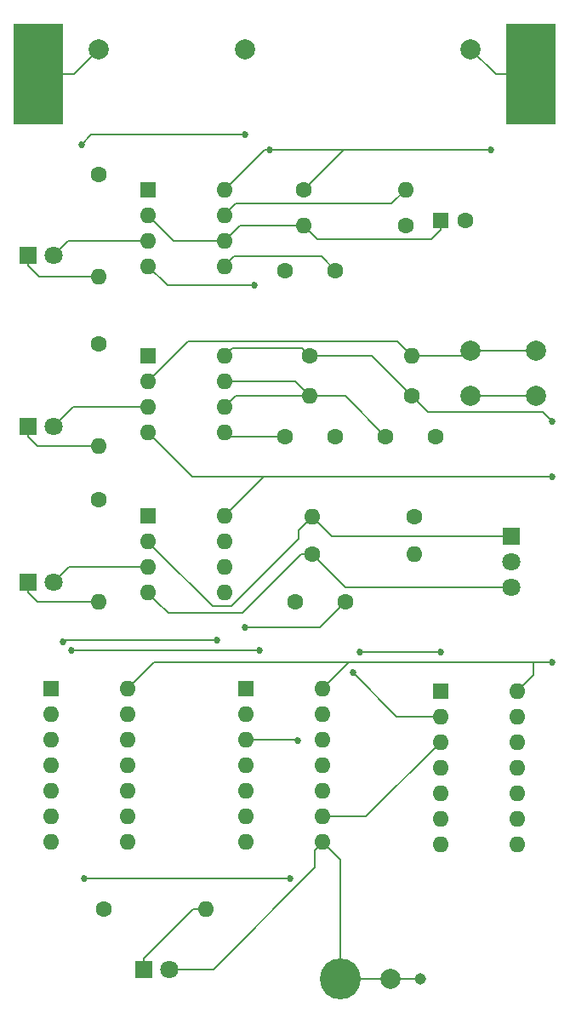
<source format=gtl>
G04 This is an RS-274x file exported by *
G04 gerbv version 2.6.0 *
G04 More information is available about gerbv at *
G04 http://gerbv.gpleda.org/ *
G04 --End of header info--*
%MOIN*%
%FSLAX34Y34*%
%IPPOS*%
G04 --Define apertures--*
%ADD10C,0.0039*%
%ADD11R,0.0630X0.0630*%
%ADD12C,0.0630*%
%ADD13R,0.0709X0.0709*%
%ADD14C,0.0709*%
%ADD15C,0.1600*%
%ADD16C,0.0450*%
%ADD17C,0.0787*%
%ADD18R,0.1969X0.3937*%
%ADD19O,0.0630X0.0630*%
%ADD20C,0.0270*%
%ADD21C,0.0060*%
G04 --Start main section--*
G54D11*
G01X0048622Y-031693D03*
G54D12*
G01X0049606Y-031693D03*
G01X0044488Y-033661D03*
G01X0042520Y-033661D03*
G01X0042520Y-040157D03*
G01X0044488Y-040157D03*
G01X0044882Y-046654D03*
G01X0042913Y-046654D03*
G54D13*
G01X0032465Y-033071D03*
G54D14*
G01X0033465Y-033071D03*
G54D13*
G01X0032465Y-039764D03*
G54D14*
G01X0033465Y-039764D03*
G54D13*
G01X0032465Y-045866D03*
G54D14*
G01X0033465Y-045866D03*
G54D13*
G01X0036992Y-061024D03*
G54D14*
G01X0037992Y-061024D03*
G54D15*
G01X0044685Y-061417D03*
G54D16*
G01X0047835Y-061417D03*
G54D17*
G01X0046654Y-061417D03*
G01X0049803Y-025000D03*
G01X0035236Y-025000D03*
G01X0040945Y-025000D03*
G54D18*
G01X0052165Y-025984D03*
G01X0032874Y-025984D03*
G54D12*
G01X0035236Y-029921D03*
G54D19*
G01X0035236Y-033921D03*
G54D12*
G01X0043244Y-030512D03*
G54D19*
G01X0047244Y-030512D03*
G54D12*
G01X0047244Y-031890D03*
G54D19*
G01X0043244Y-031890D03*
G54D12*
G01X0043504Y-037008D03*
G54D19*
G01X0047504Y-037008D03*
G54D12*
G01X0035236Y-036551D03*
G54D19*
G01X0035236Y-040551D03*
G54D12*
G01X0047504Y-038583D03*
G54D19*
G01X0043504Y-038583D03*
G54D12*
G01X0047602Y-043307D03*
G54D19*
G01X0043602Y-043307D03*
G54D12*
G01X0043602Y-044783D03*
G54D19*
G01X0047602Y-044783D03*
G54D12*
G01X0035236Y-042654D03*
G54D19*
G01X0035236Y-046654D03*
G54D12*
G01X0035433Y-058661D03*
G54D19*
G01X0039433Y-058661D03*
G54D13*
G01X0051378Y-044063D03*
G54D14*
G01X0051378Y-045063D03*
G01X0051378Y-046063D03*
G54D17*
G01X0052362Y-036811D03*
G01X0052362Y-038583D03*
G01X0049803Y-036811D03*
G01X0049803Y-038583D03*
G54D11*
G01X0037157Y-030496D03*
G54D19*
G01X0040157Y-033496D03*
G01X0037157Y-031496D03*
G01X0040157Y-032496D03*
G01X0037157Y-032496D03*
G01X0040157Y-031496D03*
G01X0037157Y-033496D03*
G01X0040157Y-030496D03*
G54D11*
G01X0037157Y-037008D03*
G54D19*
G01X0040157Y-040008D03*
G01X0037157Y-038008D03*
G01X0040157Y-039008D03*
G01X0037157Y-039008D03*
G01X0040157Y-038008D03*
G01X0037157Y-040008D03*
G01X0040157Y-037008D03*
G54D11*
G01X0037157Y-043276D03*
G54D19*
G01X0040157Y-046276D03*
G01X0037157Y-044276D03*
G01X0040157Y-045276D03*
G01X0037157Y-045276D03*
G01X0040157Y-044276D03*
G01X0037157Y-046276D03*
G01X0040157Y-043276D03*
G54D11*
G01X0033366Y-050051D03*
G54D19*
G01X0036366Y-056051D03*
G01X0033366Y-051051D03*
G01X0036366Y-055051D03*
G01X0033366Y-052051D03*
G01X0036366Y-054051D03*
G01X0033366Y-053051D03*
G01X0036366Y-053051D03*
G01X0033366Y-054051D03*
G01X0036366Y-052051D03*
G01X0033366Y-055051D03*
G01X0036366Y-051051D03*
G01X0033366Y-056051D03*
G01X0036366Y-050051D03*
G54D11*
G01X0040996Y-050051D03*
G54D19*
G01X0043996Y-056051D03*
G01X0040996Y-051051D03*
G01X0043996Y-055051D03*
G01X0040996Y-052051D03*
G01X0043996Y-054051D03*
G01X0040996Y-053051D03*
G01X0043996Y-053051D03*
G01X0040996Y-054051D03*
G01X0043996Y-052051D03*
G01X0040996Y-055051D03*
G01X0043996Y-051051D03*
G01X0040996Y-056051D03*
G01X0043996Y-050051D03*
G54D11*
G01X0048622Y-050134D03*
G54D19*
G01X0051622Y-056134D03*
G01X0048622Y-051134D03*
G01X0051622Y-055134D03*
G01X0048622Y-052134D03*
G01X0051622Y-054134D03*
G01X0048622Y-053134D03*
G01X0051622Y-053134D03*
G01X0048622Y-054134D03*
G01X0051622Y-052134D03*
G01X0048622Y-055134D03*
G01X0051622Y-051134D03*
G01X0048622Y-056134D03*
G01X0051622Y-050134D03*
G54D12*
G01X0048425Y-040157D03*
G01X0046457Y-040157D03*
G54D20*
G01X0052983Y-039567D03*
G01X0052983Y-049016D03*
G01X0052983Y-041732D03*
G01X0041339Y-034252D03*
G01X0041929Y-028937D03*
G01X0050591Y-028937D03*
G01X0040945Y-047638D03*
G01X0039862Y-048130D03*
G01X0033823Y-048194D03*
G01X0042717Y-057480D03*
G01X0034646Y-057480D03*
G01X0048622Y-048622D03*
G01X0045472Y-048622D03*
G01X0043012Y-052067D03*
G01X0040945Y-028346D03*
G01X0034547Y-028740D03*
G01X0034154Y-048524D03*
G01X0041535Y-048524D03*
G01X0045177Y-049409D03*
G54D21*
G01X0048622Y-031693D02*
G01X0048622Y-032068D01*
G01X0048622Y-032068D02*
G01X0048258Y-032432D01*
G01X0048258Y-032432D02*
G01X0043786Y-032432D01*
G01X0043786Y-032432D02*
G01X0043559Y-032205D01*
G01X0043559Y-032205D02*
G01X0043244Y-031890D01*
G01X0040157Y-032496D02*
G01X0038157Y-032496D01*
G01X0038157Y-032496D02*
G01X0037157Y-031496D01*
G01X0043244Y-031890D02*
G01X0040764Y-031890D01*
G01X0040764Y-031890D02*
G01X0040157Y-032496D01*
G01X0052165Y-025984D02*
G01X0050787Y-025984D01*
G01X0050787Y-025984D02*
G01X0049803Y-025000D01*
G01X0048124Y-039203D02*
G01X0052619Y-039203D01*
G01X0047504Y-038583D02*
G01X0048124Y-039203D01*
G01X0052619Y-039203D02*
G01X0052983Y-039567D01*
G01X0045276Y-049016D02*
G01X0037402Y-049016D01*
G01X0037402Y-049016D02*
G01X0036366Y-050051D01*
G01X0052067Y-049016D02*
G01X0045276Y-049016D01*
G01X0045276Y-049016D02*
G01X0045031Y-049016D01*
G01X0045031Y-049016D02*
G01X0043996Y-050051D01*
G01X0052264Y-049016D02*
G01X0052067Y-049016D01*
G01X0052983Y-049016D02*
G01X0052264Y-049016D01*
G01X0052264Y-049016D02*
G01X0052264Y-049492D01*
G01X0052264Y-049492D02*
G01X0051622Y-050134D01*
G01X0052362Y-041732D02*
G01X0052983Y-041732D01*
G01X0052362Y-041732D02*
G01X0042126Y-041732D01*
G01X0041339Y-034252D02*
G01X0037913Y-034252D01*
G01X0037913Y-034252D02*
G01X0037157Y-033496D01*
G01X0041929Y-028937D02*
G01X0041717Y-028937D01*
G01X0045079Y-028937D02*
G01X0041929Y-028937D01*
G01X0045079Y-028937D02*
G01X0044819Y-028937D01*
G01X0050591Y-028937D02*
G01X0045079Y-028937D01*
G01X0041717Y-028937D02*
G01X0040157Y-030496D01*
G01X0044819Y-028937D02*
G01X0043244Y-030512D01*
G01X0043504Y-037008D02*
G01X0043189Y-036693D01*
G01X0043189Y-036693D02*
G01X0040472Y-036693D01*
G01X0040472Y-036693D02*
G01X0040157Y-037008D01*
G01X0047504Y-038583D02*
G01X0045929Y-037008D01*
G01X0045929Y-037008D02*
G01X0043504Y-037008D01*
G01X0042126Y-041732D02*
G01X0041701Y-041732D01*
G01X0042126Y-041732D02*
G01X0038882Y-041732D01*
G01X0038882Y-041732D02*
G01X0037157Y-040008D01*
G01X0041701Y-041732D02*
G01X0040157Y-043276D01*
G01X0044488Y-033661D02*
G01X0043946Y-033120D01*
G01X0043946Y-033120D02*
G01X0040534Y-033120D01*
G01X0040534Y-033120D02*
G01X0040472Y-033181D01*
G01X0040472Y-033181D02*
G01X0040157Y-033496D01*
G01X0042520Y-040157D02*
G01X0040307Y-040157D01*
G01X0040307Y-040157D02*
G01X0040157Y-040008D01*
G01X0040945Y-047638D02*
G01X0043898Y-047638D01*
G01X0043898Y-047638D02*
G01X0044882Y-046654D01*
G01X0046457Y-040157D02*
G01X0044882Y-038583D01*
G01X0044882Y-038583D02*
G01X0043504Y-038583D01*
G01X0043504Y-038583D02*
G01X0040583Y-038583D01*
G01X0040583Y-038583D02*
G01X0040157Y-039008D01*
G01X0043504Y-038583D02*
G01X0042929Y-038008D01*
G01X0042929Y-038008D02*
G01X0040157Y-038008D01*
G01X0035236Y-033921D02*
G01X0032901Y-033921D01*
G01X0032901Y-033921D02*
G01X0032465Y-033485D01*
G01X0032465Y-033485D02*
G01X0032465Y-033071D01*
G01X0037157Y-032496D02*
G01X0034039Y-032496D01*
G01X0034039Y-032496D02*
G01X0033465Y-033071D01*
G01X0035236Y-040551D02*
G01X0032838Y-040551D01*
G01X0032465Y-040178D02*
G01X0032465Y-039764D01*
G01X0032838Y-040551D02*
G01X0032465Y-040178D01*
G01X0037157Y-039008D02*
G01X0034220Y-039008D01*
G01X0034220Y-039008D02*
G01X0033465Y-039764D01*
G01X0035236Y-046654D02*
G01X0032838Y-046654D01*
G01X0032838Y-046654D02*
G01X0032465Y-046280D01*
G01X0032465Y-046280D02*
G01X0032465Y-045866D01*
G01X0034012Y-048130D02*
G01X0039862Y-048130D01*
G01X0033823Y-048194D02*
G01X0033887Y-048130D01*
G01X0033887Y-048130D02*
G01X0034012Y-048130D01*
G01X0037157Y-045276D02*
G01X0034055Y-045276D01*
G01X0034055Y-045276D02*
G01X0033465Y-045866D01*
G01X0036992Y-061024D02*
G01X0036992Y-060609D01*
G01X0036992Y-060609D02*
G01X0038940Y-058661D01*
G01X0038940Y-058661D02*
G01X0038988Y-058661D01*
G01X0038988Y-058661D02*
G01X0039433Y-058661D01*
G01X0043996Y-056051D02*
G01X0043681Y-056366D01*
G01X0043681Y-056366D02*
G01X0043681Y-057051D01*
G01X0043681Y-057051D02*
G01X0039709Y-061024D01*
G01X0039709Y-061024D02*
G01X0038493Y-061024D01*
G01X0038493Y-061024D02*
G01X0037992Y-061024D01*
G01X0044685Y-061417D02*
G01X0044685Y-056740D01*
G01X0044685Y-056740D02*
G01X0043996Y-056051D01*
G01X0046654Y-061417D02*
G01X0047210Y-061417D01*
G01X0047210Y-061417D02*
G01X0047835Y-061417D01*
G01X0044685Y-061417D02*
G01X0045816Y-061417D01*
G01X0045816Y-061417D02*
G01X0046654Y-061417D01*
G01X0034646Y-057480D02*
G01X0042717Y-057480D01*
G01X0045472Y-048622D02*
G01X0048622Y-048622D01*
G01X0040996Y-052051D02*
G01X0042996Y-052051D01*
G01X0042996Y-052051D02*
G01X0043012Y-052067D01*
G01X0032874Y-025984D02*
G01X0034252Y-025984D01*
G01X0034252Y-025984D02*
G01X0035236Y-025000D01*
G01X0052362Y-038583D02*
G01X0049803Y-038583D01*
G01X0034547Y-028740D02*
G01X0034941Y-028346D01*
G01X0034941Y-028346D02*
G01X0040945Y-028346D01*
G01X0041535Y-048524D02*
G01X0034154Y-048524D01*
G01X0043996Y-055051D02*
G01X0045705Y-055051D01*
G01X0045705Y-055051D02*
G01X0048622Y-052134D01*
G01X0045177Y-049409D02*
G01X0046902Y-051134D01*
G01X0046902Y-051134D02*
G01X0048622Y-051134D01*
G01X0047244Y-030512D02*
G01X0046702Y-031054D01*
G01X0046702Y-031054D02*
G01X0040600Y-031054D01*
G01X0040600Y-031054D02*
G01X0040472Y-031181D01*
G01X0040472Y-031181D02*
G01X0040157Y-031496D01*
G01X0049803Y-036811D02*
G01X0050360Y-036811D01*
G01X0050360Y-036811D02*
G01X0052362Y-036811D01*
G01X0047504Y-037008D02*
G01X0049606Y-037008D01*
G01X0049606Y-037008D02*
G01X0049803Y-036811D01*
G01X0037157Y-038008D02*
G01X0038729Y-036436D01*
G01X0038729Y-036436D02*
G01X0046932Y-036436D01*
G01X0046932Y-036436D02*
G01X0047189Y-036693D01*
G01X0047189Y-036693D02*
G01X0047504Y-037008D01*
G01X0051378Y-044063D02*
G01X0044358Y-044063D01*
G01X0044358Y-044063D02*
G01X0043602Y-043307D01*
G01X0043602Y-043307D02*
G01X0043061Y-043849D01*
G01X0043061Y-043849D02*
G01X0043061Y-044174D01*
G01X0043061Y-044174D02*
G01X0040418Y-046817D01*
G01X0040418Y-046817D02*
G01X0039699Y-046817D01*
G01X0039699Y-046817D02*
G01X0037472Y-044591D01*
G01X0037472Y-044591D02*
G01X0037157Y-044276D01*
G01X0051378Y-046063D02*
G01X0044882Y-046063D01*
G01X0044882Y-046063D02*
G01X0043602Y-044783D01*
G01X0043602Y-044783D02*
G01X0043157Y-044783D01*
G01X0043157Y-044783D02*
G01X0040866Y-047074D01*
G01X0037956Y-047074D02*
G01X0037472Y-046591D01*
G01X0040866Y-047074D02*
G01X0037956Y-047074D01*
G01X0037472Y-046591D02*
G01X0037157Y-046276D01*
M02*

</source>
